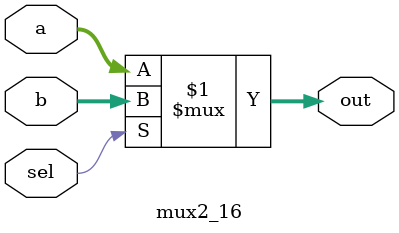
<source format=v>
`timescale 1ns / 1ps

module mux2_16(
    input [15:0] a,
    input [15:0] b,
    input sel,
    output [15:0] out
    );

	assign out = sel ? b : a;

endmodule

</source>
